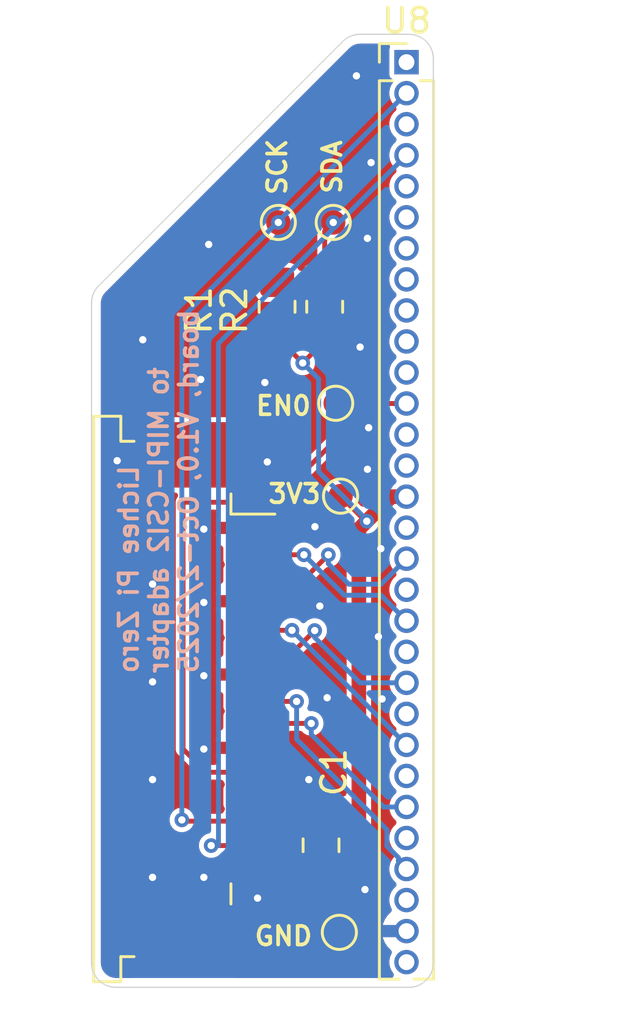
<source format=kicad_pcb>
(kicad_pcb (version 20241229) (generator "pcbnew") (generator_version "9.0")
  (layers (0 "F.Cu" signal) (2 "B.Cu" signal) (13 "F.Paste" user) (15 "B.Paste" user) (5 "F.SilkS" user "F.Silkscreen") (7 "B.SilkS" user "B.Silkscreen") (1 "F.Mask" user) (3 "B.Mask" user) (25 "Edge.Cuts" user))
  (net 0 "")
  (net 1 "GND")
  (net 2 "CAM_EN0")
  (net 3 "MCSI_CK_P")
  (net 5 "MCSI_CK_N")
  (net 6 "MCSI_D1_P")
  (net 7 "MCSI_D1_N")
  (net 8 "MCSI_D0_P")
  (net 9 "MCSI_D0_N")
  (net 10 "CSI_SCK")
  (net 11 "CSI_SDA")
  (net 12 "/UART2_TX")
  (net 13 "/TWI1_SDA0")
  (net 14 "+1V2")
  (net 15 "/SPI_SCK")
  (net 16 "/UART2_RTSPB2")
  (net 17 "/TWI0_SCK")
  (net 18 "/UART2_CTSPB3")
  (net 19 "/SPI_MOSI")
  (net 20 "/TWI0_SDA")
  (net 21 "/UART2_RX")
  (net 22 "+5V")
  (net 23 "/LCD_DE")
  (net 24 "/SPI_MISO")
  (net 25 "+3V3")
  (net 26 "/LCD_CLK")
  (net 27 "/TWI1_SCK0")
  (net 28 "/SPI_CS")
  (net 29 "/PWM0_PB4")
  (net 30 "/MCSI_MCLK")
  (net 31 "+1V8")
  (footprint "Resistor_SMD:R_0805_2012Metric_Pad1.20x1.40mm_HandSolder" (layer "F.Cu") (at 125.6 72.65 90)
    (property "Reference" "R1" (at -0.15 -3.2 90) (layer "F.SilkS"))
    (property "Value" "4.7k")
    (fp_line (start -0.227064 -0.735) (end 0.227064 -0.735) (stroke (width 0.12)) (layer "F.SilkS"))
    (fp_line (start -0.227064 0.735) (end 0.227064 0.735) (stroke (width 0.12)) (layer "F.SilkS"))
    (pad "1" smd roundrect (at -1 0 90) (size 1.2 1.4) (layers "F.Cu" "F.Mask" "F.Paste") (roundrect_rratio 0.208333) (net 25 "+3V3"))
    (pad "2" smd roundrect (at 1 0 90) (size 1.2 1.4) (layers "F.Cu" "F.Mask" "F.Paste") (roundrect_rratio 0.208333) (net 10 "CSI_SCK"))
  )
  (footprint "TestPoint:TestPoint_Pad_D1.0mm" (layer "F.Cu") (at 127.9 69.2)
    (property "Reference" "TP5" (hide yes))
    (property "Value" "TestPoint")
    (fp_circle (center 0 0) (end 0 0.7) (stroke (width 0.12)) (fill no) (layer "F.SilkS"))
    (pad "1" smd circle (at 0 0) (size 1 1) (layers "F.Cu" "F.Mask") (net 11 "CSI_SDA"))
  )
  (footprint "Resistor_SMD:R_0805_2012Metric_Pad1.20x1.40mm_HandSolder" (layer "F.Cu") (at 127.55 72.65 90)
    (property "Reference" "R2" (at -0.15 -3.7 90) (layer "F.SilkS"))
    (property "Value" "4.7k")
    (fp_line (start -0.227064 -0.735) (end 0.227064 -0.735) (stroke (width 0.12)) (layer "F.SilkS"))
    (fp_line (start -0.227064 0.735) (end 0.227064 0.735) (stroke (width 0.12)) (layer "F.SilkS"))
    (pad "1" smd roundrect (at -1 0 90) (size 1.2 1.4) (layers "F.Cu" "F.Mask" "F.Paste") (roundrect_rratio 0.208333) (net 25 "+3V3"))
    (pad "2" smd roundrect (at 1 0 90) (size 1.2 1.4) (layers "F.Cu" "F.Mask" "F.Paste") (roundrect_rratio 0.208333) (net 11 "CSI_SDA"))
  )
  (footprint "TestPoint:TestPoint_Pad_D1.0mm" (layer "F.Cu") (at 128.2 80.4)
    (property "Reference" "TP1" (hide yes))
    (property "Value" "TestPoint")
    (fp_circle (center 0 0) (end 0 0.7) (stroke (width 0.12)) (fill no) (layer "F.SilkS"))
    (pad "1" smd circle (at 0 0) (size 1 1) (layers "F.Cu" "F.Mask") (net 25 "+3V3"))
  )
  (footprint "Connector_PinHeader_1.27mm:PinHeader_1x30_P1.27mm_Vertical" (layer "F.Cu") (at 130.9 62.64)
    (property "Reference" "U8" (at 0 -1.695 0) (layer "F.SilkS"))
    (property "Value" "Lichee Pi Zero Headers")
    (fp_line (start -1.11 -0.76) (end 0 -0.76) (stroke (width 0.12)) (layer "F.SilkS"))
    (fp_line (start -1.11 0) (end -1.11 -0.76) (stroke (width 0.12)) (layer "F.SilkS"))
    (fp_line (start -1.11 0.76) (end -1.11 37.525) (stroke (width 0.12)) (layer "F.SilkS"))
    (fp_line (start -1.11 0.76) (end -0.563471 0.76) (stroke (width 0.12)) (layer "F.SilkS"))
    (fp_line (start -1.11 37.525) (end -0.30753 37.525) (stroke (width 0.12)) (layer "F.SilkS"))
    (fp_line (start 0.30753 37.525) (end 1.11 37.525) (stroke (width 0.12)) (layer "F.SilkS"))
    (fp_line (start 0.563471 0.76) (end 1.11 0.76) (stroke (width 0.12)) (layer "F.SilkS"))
    (fp_line (start 1.11 0.76) (end 1.11 37.525) (stroke (width 0.12)) (layer "F.SilkS"))
    (pad "1" thru_hole rect (at 0 0) (size 1 1) (drill 0.65) (layers "*.Cu" "*.Mask") (net 23 "/LCD_DE"))
    (pad "2" thru_hole oval (at 0 1.27) (size 1 1) (drill 0.65) (layers "*.Cu" "*.Mask") (net 10 "CSI_SCK"))
    (pad "3" thru_hole oval (at 0 2.54) (size 1 1) (drill 0.65) (layers "*.Cu" "*.Mask") (net 26 "/LCD_CLK"))
    (pad "4" thru_hole oval (at 0 3.81) (size 1 1) (drill 0.65) (layers "*.Cu" "*.Mask") (net 11 "CSI_SDA"))
    (pad "5" thru_hole oval (at 0 5.08) (size 1 1) (drill 0.65) (layers "*.Cu" "*.Mask") (net 30 "/MCSI_MCLK"))
    (pad "6" thru_hole oval (at 0 6.35) (size 1 1) (drill 0.65) (layers "*.Cu" "*.Mask") (net 12 "/UART2_TX"))
    (pad "7" thru_hole oval (at 0 7.62) (size 1 1) (drill 0.65) (layers "*.Cu" "*.Mask") (net 16 "/UART2_RTSPB2"))
    (pad "8" thru_hole oval (at 0 8.89) (size 1 1) (drill 0.65) (layers "*.Cu" "*.Mask") (net 21 "/UART2_RX"))
    (pad "9" thru_hole oval (at 0 10.16) (size 1 1) (drill 0.65) (layers "*.Cu" "*.Mask") (net 18 "/UART2_CTSPB3"))
    (pad "10" thru_hole oval (at 0 11.43) (size 1 1) (drill 0.65) (layers "*.Cu" "*.Mask") (net 29 "/PWM0_PB4"))
    (pad "11" thru_hole oval (at 0 12.7) (size 1 1) (drill 0.65) (layers "*.Cu" "*.Mask") (net 14 "+1V2"))
    (pad "12" thru_hole oval (at 0 13.97) (size 1 1) (drill 0.65) (layers "*.Cu" "*.Mask") (net 2 "CAM_EN0"))
    (pad "13" thru_hole oval (at 0 15.24) (size 1 1) (drill 0.65) (layers "*.Cu" "*.Mask") (net 31 "+1V8"))
    (pad "14" thru_hole oval (at 0 16.51) (size 1 1) (drill 0.65) (layers "*.Cu" "*.Mask") (net 17 "/TWI0_SCK"))
    (pad "15" thru_hole oval (at 0 17.78) (size 1 1) (drill 0.65) (layers "*.Cu" "*.Mask") (net 25 "+3V3"))
    (pad "16" thru_hole oval (at 0 19.05) (size 1 1) (drill 0.65) (layers "*.Cu" "*.Mask") (net 20 "/TWI0_SDA"))
    (pad "17" thru_hole oval (at 0 20.32) (size 1 1) (drill 0.65) (layers "*.Cu" "*.Mask") (net 8 "MCSI_D0_P"))
    (pad "18" thru_hole oval (at 0 21.59) (size 1 1) (drill 0.65) (layers "*.Cu" "*.Mask") (net 27 "/TWI1_SCK0"))
    (pad "19" thru_hole oval (at 0 22.86) (size 1 1) (drill 0.65) (layers "*.Cu" "*.Mask") (net 9 "MCSI_D0_N"))
    (pad "20" thru_hole oval (at 0 24.13) (size 1 1) (drill 0.65) (layers "*.Cu" "*.Mask") (net 13 "/TWI1_SDA0"))
    (pad "21" thru_hole oval (at 0 25.4) (size 1 1) (drill 0.65) (layers "*.Cu" "*.Mask") (net 6 "MCSI_D1_P"))
    (pad "22" thru_hole oval (at 0 26.67) (size 1 1) (drill 0.65) (layers "*.Cu" "*.Mask") (net 15 "/SPI_SCK"))
    (pad "23" thru_hole oval (at 0 27.94) (size 1 1) (drill 0.65) (layers "*.Cu" "*.Mask") (net 7 "MCSI_D1_N"))
    (pad "24" thru_hole oval (at 0 29.21) (size 1 1) (drill 0.65) (layers "*.Cu" "*.Mask") (net 19 "/SPI_MOSI"))
    (pad "25" thru_hole oval (at 0 30.48) (size 1 1) (drill 0.65) (layers "*.Cu" "*.Mask") (net 3 "MCSI_CK_P"))
    (pad "26" thru_hole oval (at 0 31.75) (size 1 1) (drill 0.65) (layers "*.Cu" "*.Mask") (net 24 "/SPI_MISO"))
    (pad "27" thru_hole oval (at 0 33.02) (size 1 1) (drill 0.65) (layers "*.Cu" "*.Mask") (net 5 "MCSI_CK_N"))
    (pad "28" thru_hole oval (at 0 34.29) (size 1 1) (drill 0.65) (layers "*.Cu" "*.Mask") (net 28 "/SPI_CS"))
    (pad "29" thru_hole oval (at 0 35.56) (size 1 1) (drill 0.65) (layers "*.Cu" "*.Mask") (net 1 "GND"))
    (pad "30" thru_hole oval (at 0 36.83) (size 1 1) (drill 0.65) (layers "*.Cu" "*.Mask") (net 22 "+5V"))
  )
  (footprint "Connector_FFC-FPC:TE_1-84952-5_1x15-1MP_P1.0mm_Horizontal" (layer "F.Cu") (at 122.8 88.7 -90)
    (property "Reference" "J1" (hide yes))
    (property "Value" "1-84952-5")
    (fp_line (start -11.57 4.71) (end -11.57 3.6) (stroke (width 0.12)) (layer "F.SilkS"))
    (fp_line (start 11.57 4.71) (end -11.57 4.71) (stroke (width 0.12)) (layer "F.SilkS"))
    (fp_line (start -11.57 3.6) (end -10.545 3.6) (stroke (width 0.12)) (layer "F.SilkS"))
    (fp_line (start -10.545 3.6) (end -10.545 3.06) (stroke (width 0.12)) (layer "F.SilkS"))
    (fp_line (start 10.545 3.6) (end 11.57 3.6) (stroke (width 0.12)) (layer "F.SilkS"))
    (fp_line (start 11.57 3.6) (end 11.57 4.71) (stroke (width 0.12)) (layer "F.SilkS"))
    (fp_line (start 10.545 3.06) (end 10.545 3.6) (stroke (width 0.12)) (layer "F.SilkS"))
    (fp_line (start -8.39 -0.91) (end -7.565 -0.91) (stroke (width 0.12)) (layer "F.SilkS"))
    (fp_line (start -7.565 -0.91) (end -7.565 -2.71) (stroke (width 0.12)) (layer "F.SilkS"))
    (fp_line (start 7.565 -0.91) (end 8.39 -0.91) (stroke (width 0.12)) (layer "F.SilkS"))
    (pad "1" smd rect (at -7 -1.8 270) (size 0.61 2) (layers "F.Cu" "F.Mask" "F.Paste") (net 1 "GND"))
    (pad "2" smd rect (at -6 -1.8 270) (size 0.61 2) (layers "F.Cu" "F.Mask" "F.Paste") (net 9 "MCSI_D0_N"))
    (pad "3" smd rect (at -5 -1.8 270) (size 0.61 2) (layers "F.Cu" "F.Mask" "F.Paste") (net 8 "MCSI_D0_P"))
    (pad "4" smd rect (at -4 -1.8 270) (size 0.61 2) (layers "F.Cu" "F.Mask" "F.Paste") (net 1 "GND"))
    (pad "5" smd rect (at -3 -1.8 270) (size 0.61 2) (layers "F.Cu" "F.Mask" "F.Paste") (net 7 "MCSI_D1_N"))
    (pad "6" smd rect (at -2 -1.8 270) (size 0.61 2) (layers "F.Cu" "F.Mask" "F.Paste") (net 6 "MCSI_D1_P"))
    (pad "7" smd rect (at -1 -1.8 270) (size 0.61 2) (layers "F.Cu" "F.Mask" "F.Paste") (net 1 "GND"))
    (pad "8" smd rect (at 0 -1.8 270) (size 0.61 2) (layers "F.Cu" "F.Mask" "F.Paste") (net 5 "MCSI_CK_N"))
    (pad "9" smd rect (at 1 -1.8 270) (size 0.61 2) (layers "F.Cu" "F.Mask" "F.Paste") (net 3 "MCSI_CK_P"))
    (pad "10" smd rect (at 2 -1.8 270) (size 0.61 2) (layers "F.Cu" "F.Mask" "F.Paste") (net 1 "GND"))
    (pad "11" smd rect (at 3 -1.8 270) (size 0.61 2) (layers "F.Cu" "F.Mask" "F.Paste") (net 2 "CAM_EN0"))
    (pad "12" smd rect (at 4 -1.8 270) (size 0.61 2) (layers "F.Cu" "F.Mask" "F.Paste"))
    (pad "13" smd rect (at 5 -1.8 270) (size 0.61 2) (layers "F.Cu" "F.Mask" "F.Paste") (net 10 "CSI_SCK"))
    (pad "14" smd rect (at 6 -1.8 270) (size 0.61 2) (layers "F.Cu" "F.Mask" "F.Paste") (net 11 "CSI_SDA"))
    (pad "15" smd rect (at 7 -1.8 270) (size 0.61 2) (layers "F.Cu" "F.Mask" "F.Paste") (net 25 "+3V3"))
    (pad "MP" smd rect (at -9.99 1 270) (size 2.68 3.6) (layers "F.Cu" "F.Mask" "F.Paste"))
    (pad "MP" smd rect (at 9.99 1 270) (size 2.68 3.6) (layers "F.Cu" "F.Mask" "F.Paste"))
  )
  (footprint "TestPoint:TestPoint_Pad_D1.0mm" (layer "F.Cu") (at 128.15 98.25)
    (property "Reference" "TP2" (hide yes))
    (property "Value" "TestPoint")
    (fp_circle (center 0 0) (end 0 0.7) (stroke (width 0.12)) (fill no) (layer "F.SilkS"))
    (pad "1" smd circle (at 0 0) (size 1 1) (layers "F.Cu" "F.Mask") (net 1 "GND"))
  )
  (footprint "Capacitor_SMD:C_0805_2012Metric_Pad1.18x1.45mm_HandSolder" (layer "F.Cu") (at 127.4 94.6875 90)
    (property "Reference" "C1" (at 2.9875 0.525 90) (layer "F.SilkS"))
    (property "Value" "1 uF")
    (fp_line (start -0.261252 -0.735) (end 0.261252 -0.735) (stroke (width 0.12)) (layer "F.SilkS"))
    (fp_line (start -0.261252 0.735) (end 0.261252 0.735) (stroke (width 0.12)) (layer "F.SilkS"))
    (pad "1" smd roundrect (at -1.0375 0 90) (size 1.175 1.45) (layers "F.Cu" "F.Mask" "F.Paste") (roundrect_rratio 0.212766) (net 25 "+3V3"))
    (pad "2" smd roundrect (at 1.0375 0 90) (size 1.175 1.45) (layers "F.Cu" "F.Mask" "F.Paste") (roundrect_rratio 0.212766) (net 1 "GND"))
  )
  (footprint "TestPoint:TestPoint_Pad_D1.0mm" (layer "F.Cu") (at 125.65 69.2)
    (property "Reference" "TP4" (hide yes))
    (property "Value" "TestPoint")
    (fp_circle (center 0 0) (end 0 0.7) (stroke (width 0.12)) (fill no) (layer "F.SilkS"))
    (pad "1" smd circle (at 0 0) (size 1 1) (layers "F.Cu" "F.Mask") (net 10 "CSI_SCK"))
  )
  (footprint "TestPoint:TestPoint_Pad_D1.0mm" (layer "F.Cu") (at 128 76.6)
    (property "Reference" "TP3" (hide yes))
    (property "Value" "TestPoint")
    (fp_circle (center 0 0) (end 0 0.7) (stroke (width 0.12)) (fill no) (layer "F.SilkS"))
    (pad "1" smd circle (at 0 0) (size 1 1) (layers "F.Cu" "F.Mask") (net 2 "CAM_EN0"))
  )
  (gr_arc (start 118 72.5) (mid 118.07612 72.117317) (end 118.292893 71.792893) (stroke (width 0.05)) (layer "Edge.Cuts"))
  (gr_line (start 132 62.5) (end 132 99.5) (stroke (width 0.05)) (layer "Edge.Cuts"))
  (gr_arc (start 132 99.5) (mid 131.707107 100.207107) (end 131 100.5) (stroke (width 0.05)) (layer "Edge.Cuts"))
  (gr_arc (start 119 100.5) (mid 118.292893 100.207107) (end 118 99.5) (stroke (width 0.05)) (layer "Edge.Cuts"))
  (gr_arc (start 131 61.5) (mid 131.707107 61.792893) (end 132 62.5) (stroke (width 0.05)) (layer "Edge.Cuts"))
  (gr_arc (start 128.292893 61.792893) (mid 128.617316 61.57612) (end 129 61.5) (stroke (width 0.05)) (layer "Edge.Cuts"))
  (gr_line (start 128.292894 61.792893) (end 118.292893 71.792894) (stroke (width 0.05)) (layer "Edge.Cuts"))
  (gr_line (start 129 61.5) (end 131 61.5) (stroke (width 0.05)) (layer "Edge.Cuts"))
  (gr_line (start 118 99.5) (end 118 72.5) (stroke (width 0.05)) (layer "Edge.Cuts"))
  (gr_line (start 131 100.5) (end 119 100.5) (stroke (width 0.05)) (layer "Edge.Cuts"))
  (gr_text "GND" (at 124.6 98.85 0) (layer "F.SilkS") (effects (font (size 0.762 0.762) (thickness 0.1524) (bold yes)) (justify left bottom)))
  (gr_text "SDA" (at 128.3 68.1 90) (layer "F.SilkS") (effects (font (size 0.762 0.762) (thickness 0.1524) (bold yes)) (justify left bottom)))
  (gr_text "3V3" (at 125.160597 80.751271 0) (layer "F.SilkS") (effects (font (size 0.762 0.762) (thickness 0.1524) (bold yes)) (justify left bottom)))
  (gr_text "EN0" (at 124.65 77.15 0) (layer "F.SilkS") (effects (font (size 0.762 0.762) (thickness 0.1524) (bold yes)) (justify left bottom)))
  (gr_text "SCK" (at 126.05 68.15 90) (layer "F.SilkS") (effects (font (size 0.762 0.762) (thickness 0.1524) (bold yes)) (justify left bottom)))
  (gr_text "Lichee Pi Zero\nto MIPI-CSI2 adapter\nboard, V1.0, Oct-2/2025" (at 122.425 87.725 90) (layer "B.SilkS") (effects (font (size 0.762 0.762) (thickness 0.1524) (bold yes)) (justify right bottom mirror)))
  (via (at 122.6 96) (size 0.6) (drill 0.3) (layers "F.Cu" "B.Cu") (net 1))
  (via (at 122.6 90.75) (size 0.6) (drill 0.3) (layers "F.Cu" "B.Cu") (net 1))
  (via (at 119.05 78.95) (size 0.6) (drill 0.3) (layers "F.Cu" "B.Cu") (net 1))
  (via (at 122.6 81.75) (size 0.6) (drill 0.3) (layers "F.Cu" "B.Cu") (net 1))
  (via (at 129.2 96.5) (size 0.6) (drill 0.3) (layers "F.Cu" "B.Cu") (net 1))
  (via (at 128.85 63.2) (size 0.6) (drill 0.3) (layers "F.Cu" "B.Cu") (net 1))
  (via (at 125.1 75.75) (size 0.6) (drill 0.3) (layers "F.Cu" "B.Cu") (net 1))
  (via (at 129.85 82.55) (size 0.6) (drill 0.3) (layers "F.Cu" "B.Cu") (net 1))
  (via (at 129.35 77.6) (size 0.6) (drill 0.3) (layers "F.Cu" "B.Cu") (net 1))
  (via (at 122.475 75.625) (size 0.6) (drill 0.3) (layers "F.Cu" "B.Cu") (net 1))
  (via (at 129.9 88.7) (size 0.6) (drill 0.3) (layers "F.Cu" "B.Cu") (net 1))
  (via (at 120.1 74) (size 0.6) (drill 0.3) (layers "F.Cu" "B.Cu") (net 1))
  (via (at 127.35 84.9) (size 0.6) (drill 0.3) (layers "F.Cu" "B.Cu") (net 1))
  (via (at 129.75 86.15) (size 0.6) (drill 0.3) (layers "F.Cu" "B.Cu") (net 1))
  (via (at 129.3 69.85) (size 0.6) (drill 0.3) (layers "F.Cu" "B.Cu") (net 1))
  (via (at 126.9 92) (size 0.6) (drill 0.3) (layers "F.Cu" "B.Cu") (net 1))
  (via (at 120.5 88) (size 0.6) (drill 0.3) (layers "F.Cu" "B.Cu") (net 1))
  (via (at 122.6 84.75) (size 0.6) (drill 0.3) (layers "F.Cu" "B.Cu") (net 1))
  (via (at 120.5 92) (size 0.6) (drill 0.3) (layers "F.Cu" "B.Cu") (net 1))
  (via (at 122.8 70.1) (size 0.6) (drill 0.3) (layers "F.Cu" "B.Cu") (net 1))
  (via (at 129.3 79.3) (size 0.6) (drill 0.3) (layers "F.Cu" "B.Cu") (net 1))
  (via (at 122.6 87.75) (size 0.6) (drill 0.3) (layers "F.Cu" "B.Cu") (net 1))
  (via (at 125.2 79) (size 0.6) (drill 0.3) (layers "F.Cu" "B.Cu") (net 1))
  (via (at 129.45 66.75) (size 0.6) (drill 0.3) (layers "F.Cu" "B.Cu") (net 1))
  (via (at 129 74.3) (size 0.6) (drill 0.3) (layers "F.Cu" "B.Cu") (net 1))
  (via (at 120.5 96) (size 0.6) (drill 0.3) (layers "F.Cu" "B.Cu") (net 1))
  (via (at 120.5 84) (size 0.6) (drill 0.3) (layers "F.Cu" "B.Cu") (net 1))
  (via (at 124.8 96.85) (size 0.6) (drill 0.3) (layers "F.Cu" "B.Cu") (net 1))
  (via (at 127.65 88.65) (size 0.6) (drill 0.3) (layers "F.Cu" "B.Cu") (net 1))
  (via (at 127.15 81.65) (size 0.6) (drill 0.3) (layers "F.Cu" "B.Cu") (net 1))
  (segment (start 129.490057 76.61) (end 130.9 76.61) (width 0.2) (layer "F.Cu") (net 2))
  (segment (start 128 76.6) (end 128.750028 77.350028) (width 0.2) (layer "F.Cu") (net 2))
  (segment (start 121.75 90.749943) (end 121.75 80.65) (width 0.2) (layer "F.Cu") (net 2))
  (segment (start 122.700057 91.7) (end 121.75 90.749943) (width 0.2) (layer "F.Cu") (net 2))
  (segment (start 124.6 91.7) (end 122.700057 91.7) (width 0.2) (layer "F.Cu") (net 2))
  (segment (start 121.75 80.65) (end 125.450057 80.65) (width 0.2) (layer "F.Cu") (net 2))
  (segment (start 125.450057 80.65) (end 128.750028 77.350028) (width 0.2) (layer "F.Cu") (net 2))
  (segment (start 128.750028 77.350028) (end 129.490057 76.61) (width 0.2) (layer "F.Cu") (net 2))
  (segment (start 124.6 89.7) (end 127 89.7) (width 0.2) (layer "F.Cu") (net 3))
  (via (at 127 89.7) (size 0.6) (drill 0.3) (layers "F.Cu" "B.Cu") (net 3))
  (segment (start 127 90.15) (end 127 89.7) (width 0.2) (layer "B.Cu") (net 3))
  (segment (start 129.97 93.12) (end 127 90.15) (width 0.2) (layer "B.Cu") (net 3))
  (segment (start 130.9 93.12) (end 129.97 93.12) (width 0.2) (layer "B.Cu") (net 3))
  (segment (start 124.7 88.8) (end 126.4 88.8) (width 0.2) (layer "F.Cu") (net 5))
  (segment (start 124.6 88.7) (end 124.7 88.8) (width 0.2) (layer "F.Cu") (net 5))
  (via (at 126.4 88.8) (size 0.6) (drill 0.3) (layers "F.Cu" "B.Cu") (net 5))
  (segment (start 130.568214 95.191) (end 130.568214 95.328214) (width 0.2) (layer "B.Cu") (net 5))
  (segment (start 130.568214 95.328214) (end 130.9 95.66) (width 0.2) (layer "B.Cu") (net 5))
  (segment (start 130.099 94.049) (end 130.099 94.721786) (width 0.2) (layer "B.Cu") (net 5))
  (segment (start 126.4 88.8) (end 126.4 90.35) (width 0.2) (layer "B.Cu") (net 5))
  (segment (start 130.099 94.721786) (end 130.568214 95.191) (width 0.2) (layer "B.Cu") (net 5))
  (segment (start 126.4 90.35) (end 130.099 94.049) (width 0.2) (layer "B.Cu") (net 5))
  (segment (start 126.340331 86.7) (end 124.6 86.7) (width 0.2) (layer "F.Cu") (net 6))
  (segment (start 127.140331 85.9) (end 126.340331 86.7) (width 0.2) (layer "F.Cu") (net 6))
  (via (at 127.140331 85.9) (size 0.6) (drill 0.3) (layers "F.Cu" "B.Cu") (net 6))
  (segment (start 128.996397 88.04) (end 130.9 88.04) (width 0.2) (layer "B.Cu") (net 6))
  (segment (start 127.140331 85.9) (end 127.140331 86.183934) (width 0.2) (layer "B.Cu") (net 6))
  (segment (start 127.140331 86.183934) (end 128.996397 88.04) (width 0.2) (layer "B.Cu") (net 6))
  (segment (start 124.6 85.7) (end 124.79 85.89) (width 0.2) (layer "F.Cu") (net 7))
  (segment (start 124.79 85.89) (end 126.21 85.89) (width 0.2) (layer "F.Cu") (net 7))
  (via (at 126.21 85.89) (size 0.6) (drill 0.3) (layers "F.Cu" "B.Cu") (net 7))
  (segment (start 126.21 85.89) (end 130.9 90.58) (width 0.2) (layer "B.Cu") (net 7))
  (segment (start 126.8 83.7) (end 127.7 82.8) (width 0.2) (layer "F.Cu") (net 8))
  (segment (start 124.6 83.7) (end 126.8 83.7) (width 0.2) (layer "F.Cu") (net 8))
  (via (at 127.7 82.8) (size 0.6) (drill 0.3) (layers "F.Cu" "B.Cu") (net 8))
  (segment (start 127.7 83.163603) (end 127.7 82.8) (width 0.2) (layer "B.Cu") (net 8))
  (segment (start 130.9 82.96) (end 129.855001 84.004999) (width 0.2) (layer "B.Cu") (net 8))
  (segment (start 128.541396 84.004999) (end 127.7 83.163603) (width 0.2) (layer "B.Cu") (net 8))
  (segment (start 129.855001 84.004999) (end 128.541396 84.004999) (width 0.2) (layer "B.Cu") (net 8))
  (segment (start 124.7 82.8) (end 126.7 82.8) (width 0.2) (layer "F.Cu") (net 9))
  (segment (start 124.6 82.7) (end 124.7 82.8) (width 0.2) (layer "F.Cu") (net 9))
  (segment (start 126.6 82.9) (end 126.7 82.8) (width 0.2) (layer "F.Cu") (net 9))
  (via (at 126.7 82.8) (size 0.6) (drill 0.3) (layers "F.Cu" "B.Cu") (net 9))
  (segment (start 130.9 85.5) (end 129.855001 84.455001) (width 0.2) (layer "B.Cu") (net 9))
  (segment (start 129.855001 84.455001) (end 128.355001 84.455001) (width 0.2) (layer "B.Cu") (net 9))
  (segment (start 128.355001 84.455001) (end 126.7 82.8) (width 0.2) (layer "B.Cu") (net 9))
  (segment (start 125.6 69.25) (end 125.65 69.2) (width 0.2) (layer "F.Cu") (net 10))
  (segment (start 125.6 71.65) (end 125.6 69.25) (width 0.2) (layer "F.Cu") (net 10))
  (segment (start 121.75 93.7) (end 121.7 93.65) (width 0.2) (layer "F.Cu") (net 10))
  (segment (start 124.6 93.7) (end 121.75 93.7) (width 0.2) (layer "F.Cu") (net 10))
  (via (at 121.7 93.65) (size 0.6) (drill 0.3) (layers "F.Cu" "B.Cu") (net 10))
  (via (at 125.65 69.2) (size 0.6) (drill 0.3) (layers "F.Cu" "B.Cu") (net 10))
  (segment (start 121.7 73.11) (end 130.9 63.91) (width 0.2) (layer "B.Cu") (net 10))
  (segment (start 121.7 93.65) (end 121.7 73.11) (width 0.2) (layer "B.Cu") (net 10))
  (segment (start 127.55 69.55) (end 127.9 69.2) (width 0.2) (layer "F.Cu") (net 11))
  (segment (start 124.6 94.7) (end 122.9 94.7) (width 0.2) (layer "F.Cu") (net 11))
  (segment (start 127.55 71.65) (end 127.55 69.55) (width 0.2) (layer "F.Cu") (net 11))
  (via (at 122.9 94.7) (size 0.6) (drill 0.3) (layers "F.Cu" "B.Cu") (net 11))
  (via (at 127.9 69.2) (size 0.6) (drill 0.3) (layers "F.Cu" "B.Cu") (net 11))
  (segment (start 123.2 94.7) (end 122.9 94.7) (width 0.2) (layer "B.Cu") (net 11))
  (segment (start 130.9 66.45) (end 123.2 74.15) (width 0.2) (layer "B.Cu") (net 11))
  (segment (start 123.2 74.15) (end 123.2 94.7) (width 0.2) (layer "B.Cu") (net 11))
  (segment (start 125.6 73.65) (end 125.6 73.9) (width 0.2) (layer "F.Cu") (net 25))
  (segment (start 128.95 81.75) (end 129.275 81.425) (width 0.6) (layer "F.Cu") (net 25))
  (segment (start 129.25 81.45) (end 128.35 80.55) (width 0.2) (layer "F.Cu") (net 25))
  (segment (start 130.28 80.42) (end 130.9 80.42) (width 0.6) (layer "F.Cu") (net 25))
  (segment (start 128.95 81.75) (end 128.95 95.35) (width 0.6) (layer "F.Cu") (net 25))
  (segment (start 125.6 73.9) (end 126.65 74.95) (width 0.2) (layer "F.Cu") (net 25))
  (segment (start 128.95 95.35) (end 128.6 95.7) (width 0.6) (layer "F.Cu") (net 25))
  (segment (start 127.55 74.05) (end 126.65 74.95) (width 0.2) (layer "F.Cu") (net 25))
  (segment (start 127.55 73.65) (end 127.55 74.05) (width 0.2) (layer "F.Cu") (net 25))
  (segment (start 129.275 81.425) (end 130.28 80.42) (width 0.6) (layer "F.Cu") (net 25))
  (segment (start 128.6 95.7) (end 124.6 95.7) (width 0.6) (layer "F.Cu") (net 25))
  (via (at 126.65 74.95) (size 0.6) (drill 0.3) (layers "F.Cu" "B.Cu") (net 25))
  (via (at 129.275 81.425) (size 0.6) (drill 0.3) (layers "F.Cu" "B.Cu") (net 25))
  (segment (start 129.25 81.35) (end 127.3 79.4) (width 0.2) (layer "B.Cu") (net 25))
  (segment (start 127.3 79.4) (end 127.3 75.6) (width 0.2) (layer "B.Cu") (net 25))
  (segment (start 127.3 75.6) (end 126.65 74.95) (width 0.2) (layer "B.Cu") (net 25))
  (zone (net 1) (net_name "GND") (layers "F.Cu" "B.Cu") (connect_pads (clearance 0)) (min_thickness 0.25) (fill yes (thermal_gap 0.5) (thermal_bridge_width 0.5) (island_removal_mode 2) (island_area_min 0.96774))
    (polygon (pts (xy 117 61) (xy 133 61) (xy 133 101) (xy 117 101)))
  )
)
</source>
